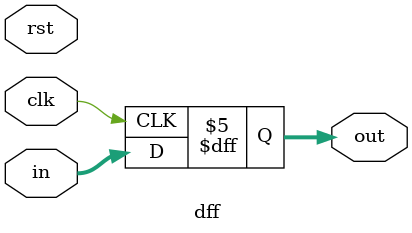
<source format=v>
`timescale 1ns / 1ps
module dff(
    input rst,
    input clk,
    input [7:0] in,
    output reg [7:0] out
    );
	 always @(posedge clk)
	 begin
	 if(rst)
		out =0;
	 out = in;
	 end


endmodule

</source>
